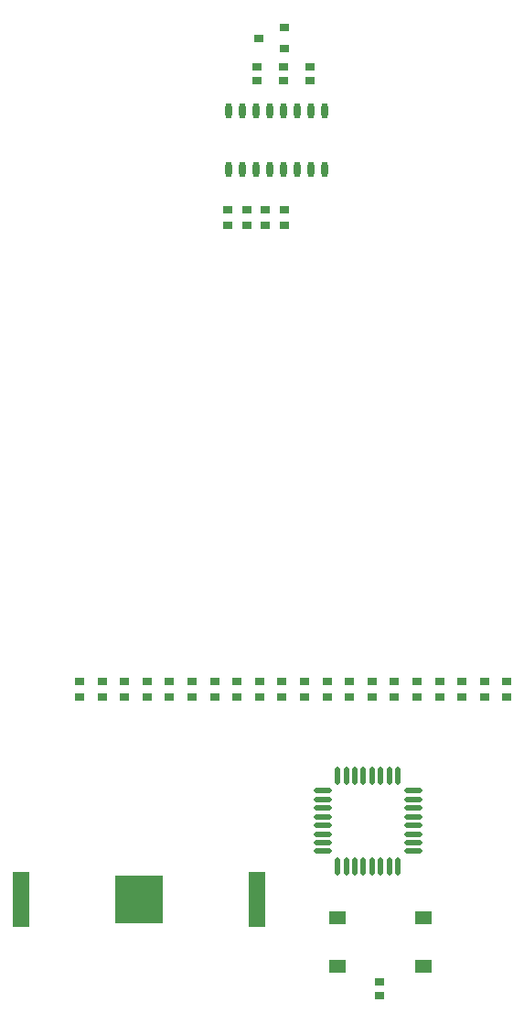
<source format=gbp>
G04*
G04 #@! TF.GenerationSoftware,Altium Limited,Altium Designer,18.1.9 (240)*
G04*
G04 Layer_Color=128*
%FSLAX25Y25*%
%MOIN*%
G70*
G01*
G75*
%ADD14R,0.03543X0.03150*%
%ADD28O,0.02362X0.05709*%
%ADD29R,0.03543X0.02756*%
%ADD30R,0.03740X0.02559*%
%ADD31O,0.06496X0.02165*%
%ADD32O,0.02165X0.06496*%
%ADD33R,0.06102X0.05118*%
%ADD34R,0.17717X0.17717*%
%ADD35R,0.05906X0.20079*%
D14*
X116200Y341176D02*
D03*
Y336451D02*
D03*
X106430Y341176D02*
D03*
Y336451D02*
D03*
X96659D02*
D03*
Y341176D02*
D03*
X141500Y8162D02*
D03*
Y3438D02*
D03*
D28*
X86300Y325428D02*
D03*
X91300D02*
D03*
X96300D02*
D03*
X101300D02*
D03*
X106300D02*
D03*
X111300D02*
D03*
X116300D02*
D03*
X121300D02*
D03*
X86300Y303972D02*
D03*
X91300D02*
D03*
X96300D02*
D03*
X101300D02*
D03*
X106300D02*
D03*
X111300D02*
D03*
X116300D02*
D03*
X121300D02*
D03*
D29*
X86100Y289156D02*
D03*
Y283644D02*
D03*
X99900Y289156D02*
D03*
Y283644D02*
D03*
X40300Y112000D02*
D03*
Y117512D02*
D03*
X56700Y112000D02*
D03*
Y117512D02*
D03*
X73100Y112000D02*
D03*
Y117512D02*
D03*
X89500Y112000D02*
D03*
Y117512D02*
D03*
X105900Y112000D02*
D03*
Y117512D02*
D03*
X114100Y112000D02*
D03*
Y117512D02*
D03*
X179700Y112000D02*
D03*
Y117512D02*
D03*
X106800Y289156D02*
D03*
Y283644D02*
D03*
X93000Y289156D02*
D03*
Y283644D02*
D03*
X97700Y112000D02*
D03*
Y117512D02*
D03*
X122300Y112000D02*
D03*
Y117512D02*
D03*
X32100Y112000D02*
D03*
Y117512D02*
D03*
X146900Y112000D02*
D03*
Y117512D02*
D03*
X155100Y112000D02*
D03*
Y117512D02*
D03*
X163300Y112000D02*
D03*
Y117512D02*
D03*
X48500Y112000D02*
D03*
Y117512D02*
D03*
X171500Y112000D02*
D03*
Y117512D02*
D03*
X64900Y112000D02*
D03*
Y117512D02*
D03*
X187900Y112000D02*
D03*
Y117512D02*
D03*
X81300Y112000D02*
D03*
Y117512D02*
D03*
X130500Y112000D02*
D03*
Y117512D02*
D03*
X138700Y112000D02*
D03*
Y117512D02*
D03*
D30*
X106726Y355540D02*
D03*
Y348060D02*
D03*
X97474Y351800D02*
D03*
D31*
X153700Y77898D02*
D03*
Y74749D02*
D03*
Y71599D02*
D03*
Y68450D02*
D03*
Y65300D02*
D03*
Y62150D02*
D03*
Y59001D02*
D03*
Y55851D02*
D03*
X120629D02*
D03*
Y59001D02*
D03*
Y62150D02*
D03*
Y65300D02*
D03*
Y68450D02*
D03*
Y71599D02*
D03*
Y74749D02*
D03*
Y77898D02*
D03*
D32*
X148188Y50339D02*
D03*
X145039D02*
D03*
X141889D02*
D03*
X138739D02*
D03*
X135590D02*
D03*
X132440D02*
D03*
X129291D02*
D03*
X126141D02*
D03*
Y83410D02*
D03*
X129291D02*
D03*
X132440D02*
D03*
X135590D02*
D03*
X138739D02*
D03*
X141889D02*
D03*
X145039D02*
D03*
X148188D02*
D03*
D33*
X126050Y14042D02*
D03*
Y31758D02*
D03*
X157350Y14042D02*
D03*
Y31758D02*
D03*
D34*
X53710Y38400D02*
D03*
D35*
X96820D02*
D03*
X10600D02*
D03*
M02*

</source>
